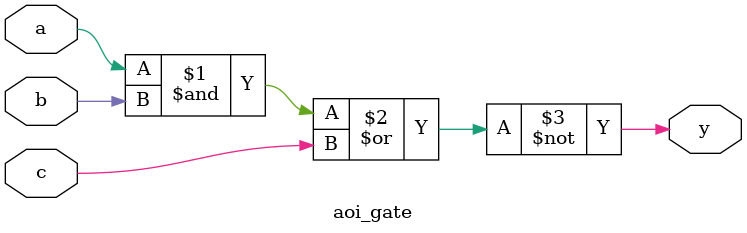
<source format=v>
module aoi_gate (
    input wire a,
    input wire b,
    input wire c,
    output wire y
);

assign y = ~((a & b) | c); // AOI logic

endmodule

</source>
